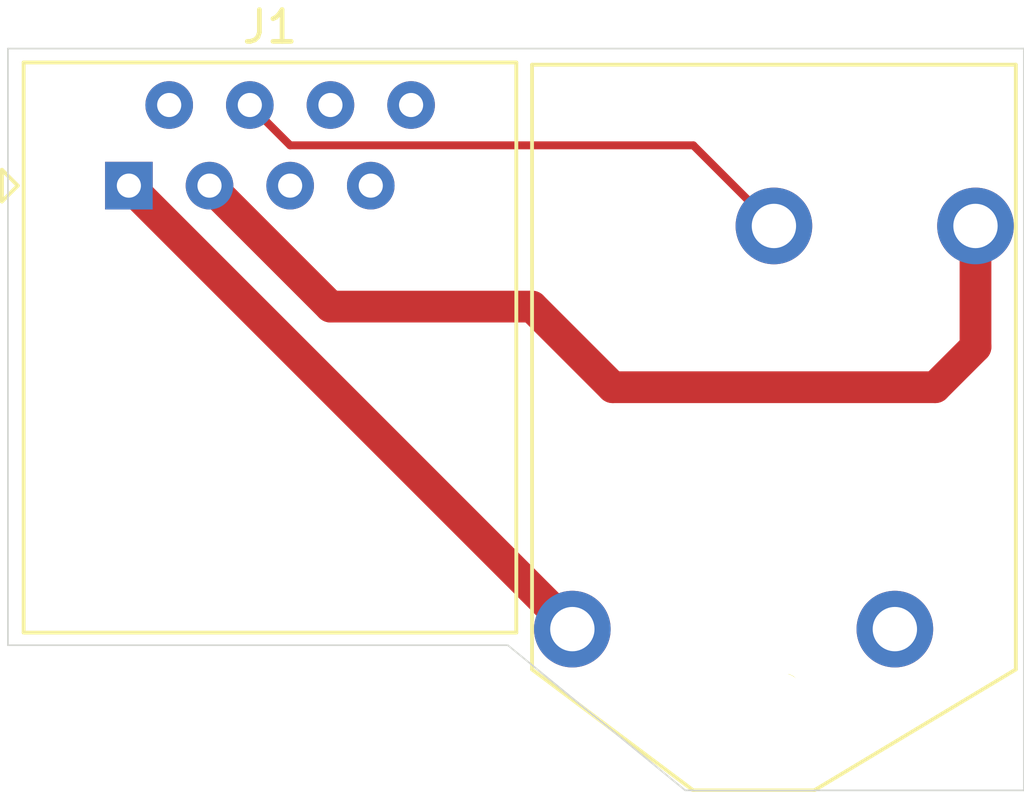
<source format=kicad_pcb>
(kicad_pcb (version 20171130) (host pcbnew 6.0.0-rc1-unknown-ad9916a~84~ubuntu18.04.1)

  (general
    (thickness 1.6)
    (drawings 6)
    (tracks 10)
    (zones 0)
    (modules 2)
    (nets 9)
  )

  (page A4)
  (layers
    (0 F.Cu signal)
    (31 B.Cu signal)
    (32 B.Adhes user)
    (33 F.Adhes user)
    (34 B.Paste user)
    (35 F.Paste user)
    (36 B.SilkS user)
    (37 F.SilkS user)
    (38 B.Mask user)
    (39 F.Mask user)
    (40 Dwgs.User user)
    (41 Cmts.User user)
    (42 Eco1.User user)
    (43 Eco2.User user)
    (44 Edge.Cuts user)
    (45 Margin user)
    (46 B.CrtYd user)
    (47 F.CrtYd user)
    (48 B.Fab user)
    (49 F.Fab user)
  )

  (setup
    (last_trace_width 0.25)
    (user_trace_width 0.4)
    (user_trace_width 1)
    (trace_clearance 0.2)
    (zone_clearance 0.508)
    (zone_45_only no)
    (trace_min 0.2)
    (via_size 0.8)
    (via_drill 0.4)
    (via_min_size 0.4)
    (via_min_drill 0.3)
    (uvia_size 0.3)
    (uvia_drill 0.1)
    (uvias_allowed no)
    (uvia_min_size 0.2)
    (uvia_min_drill 0.1)
    (edge_width 0.05)
    (segment_width 0.2)
    (pcb_text_width 0.3)
    (pcb_text_size 1.5 1.5)
    (mod_edge_width 0.12)
    (mod_text_size 1 1)
    (mod_text_width 0.15)
    (pad_size 1.524 1.524)
    (pad_drill 0.762)
    (pad_to_mask_clearance 0.051)
    (solder_mask_min_width 0.25)
    (aux_axis_origin 0 0)
    (visible_elements FFFFFF7F)
    (pcbplotparams
      (layerselection 0x010fc_ffffffff)
      (usegerberextensions false)
      (usegerberattributes false)
      (usegerberadvancedattributes false)
      (creategerberjobfile false)
      (excludeedgelayer true)
      (linewidth 0.100000)
      (plotframeref false)
      (viasonmask false)
      (mode 1)
      (useauxorigin false)
      (hpglpennumber 1)
      (hpglpenspeed 20)
      (hpglpendiameter 15.000000)
      (psnegative false)
      (psa4output false)
      (plotreference true)
      (plotvalue true)
      (plotinvisibletext false)
      (padsonsilk false)
      (subtractmaskfromsilk false)
      (outputformat 1)
      (mirror false)
      (drillshape 1)
      (scaleselection 1)
      (outputdirectory ""))
  )

  (net 0 "")
  (net 1 "Net-(J1-Pad1)")
  (net 2 "Net-(J1-Pad2)")
  (net 3 "Net-(J1-Pad3)")
  (net 4 "Net-(J1-Pad4)")
  (net 5 "Net-(J1-Pad5)")
  (net 6 "Net-(J1-Pad6)")
  (net 7 "Net-(J1-Pad7)")
  (net 8 "Net-(J1-Pad8)")

  (net_class Default "This is the default net class."
    (clearance 0.2)
    (trace_width 0.25)
    (via_dia 0.8)
    (via_drill 0.4)
    (uvia_dia 0.3)
    (uvia_drill 0.1)
    (add_net "Net-(J1-Pad1)")
    (add_net "Net-(J1-Pad2)")
    (add_net "Net-(J1-Pad3)")
    (add_net "Net-(J1-Pad4)")
    (add_net "Net-(J1-Pad5)")
    (add_net "Net-(J1-Pad6)")
    (add_net "Net-(J1-Pad7)")
    (add_net "Net-(J1-Pad8)")
  )

  (module Connector_RJ:RJ45_Amphenol_54602-x08_Horizontal (layer F.Cu) (tedit 5B103613) (tstamp 5C50D529)
    (at 69.85 49.53)
    (descr "8 Pol Shallow Latch Connector, Modjack, RJ45 (https://cdn.amphenol-icc.com/media/wysiwyg/files/drawing/c-bmj-0102.pdf)")
    (tags RJ45)
    (path /5C4B76F5)
    (fp_text reference J1 (at 4.445 -5) (layer F.SilkS)
      (effects (font (size 1 1) (thickness 0.15)))
    )
    (fp_text value 8P8C (at 4.445 4) (layer F.Fab)
      (effects (font (size 1 1) (thickness 0.15)))
    )
    (fp_text user %R (at 4.445 2) (layer F.Fab)
      (effects (font (size 1 1) (thickness 0.15)))
    )
    (fp_line (start -4 0.5) (end -3.5 0) (layer F.SilkS) (width 0.12))
    (fp_line (start -4 -0.5) (end -4 0.5) (layer F.SilkS) (width 0.12))
    (fp_line (start -3.5 0) (end -4 -0.5) (layer F.SilkS) (width 0.12))
    (fp_line (start -3.205 13.97) (end -3.205 -2.77) (layer F.Fab) (width 0.12))
    (fp_line (start 12.095 13.97) (end -3.205 13.97) (layer F.Fab) (width 0.12))
    (fp_line (start 12.095 -3.77) (end 12.095 13.97) (layer F.Fab) (width 0.12))
    (fp_line (start -2.205 -3.77) (end 12.095 -3.77) (layer F.Fab) (width 0.12))
    (fp_line (start -3.205 -2.77) (end -2.205 -3.77) (layer F.Fab) (width 0.12))
    (fp_line (start -3.315 14.08) (end 12.205 14.08) (layer F.SilkS) (width 0.12))
    (fp_line (start 12.205 -3.88) (end 12.205 14.08) (layer F.SilkS) (width 0.12))
    (fp_line (start 12.205 -3.88) (end -3.315 -3.88) (layer F.SilkS) (width 0.12))
    (fp_line (start -3.315 -3.88) (end -3.315 14.08) (layer F.SilkS) (width 0.12))
    (fp_line (start -3.71 -4.27) (end 12.6 -4.27) (layer F.CrtYd) (width 0.05))
    (fp_line (start -3.71 -4.27) (end -3.71 14.47) (layer F.CrtYd) (width 0.05))
    (fp_line (start 12.6 14.47) (end 12.6 -4.27) (layer F.CrtYd) (width 0.05))
    (fp_line (start 12.6 14.47) (end -3.71 14.47) (layer F.CrtYd) (width 0.05))
    (pad "" np_thru_hole circle (at 10.16 6.35) (size 3.2 3.2) (drill 3.2) (layers *.Cu *.Mask))
    (pad "" np_thru_hole circle (at -1.27 6.35) (size 3.2 3.2) (drill 3.2) (layers *.Cu *.Mask))
    (pad 1 thru_hole rect (at 0 0) (size 1.5 1.5) (drill 0.76) (layers *.Cu *.Mask)
      (net 1 "Net-(J1-Pad1)"))
    (pad 2 thru_hole circle (at 1.27 -2.54) (size 1.5 1.5) (drill 0.76) (layers *.Cu *.Mask)
      (net 2 "Net-(J1-Pad2)"))
    (pad 3 thru_hole circle (at 2.54 0) (size 1.5 1.5) (drill 0.76) (layers *.Cu *.Mask)
      (net 3 "Net-(J1-Pad3)"))
    (pad 4 thru_hole circle (at 3.81 -2.54) (size 1.5 1.5) (drill 0.76) (layers *.Cu *.Mask)
      (net 4 "Net-(J1-Pad4)"))
    (pad 5 thru_hole circle (at 5.08 0) (size 1.5 1.5) (drill 0.76) (layers *.Cu *.Mask)
      (net 5 "Net-(J1-Pad5)"))
    (pad 6 thru_hole circle (at 6.35 -2.54) (size 1.5 1.5) (drill 0.76) (layers *.Cu *.Mask)
      (net 6 "Net-(J1-Pad6)"))
    (pad 7 thru_hole circle (at 7.62 0) (size 1.5 1.5) (drill 0.76) (layers *.Cu *.Mask)
      (net 7 "Net-(J1-Pad7)"))
    (pad 8 thru_hole circle (at 8.89 -2.54) (size 1.5 1.5) (drill 0.76) (layers *.Cu *.Mask)
      (net 8 "Net-(J1-Pad8)"))
    (model ${KISYS3DMOD}/Connector_RJ.3dshapes/RJ45_Amphenol_54602-x08_Horizontal.wrl
      (at (xyz 0 0 0))
      (scale (xyz 1 1 1))
      (rotate (xyz 0 0 0))
    )
  )

  (module RN112:RN112BPC (layer F.Cu) (tedit 5C4FB960) (tstamp 5C50D4AE)
    (at 90.17 66.04 180)
    (path /5C4B88F1)
    (fp_text reference J2 (at 0 0.5 180) (layer F.SilkS)
      (effects (font (size 1 1) (thickness 0.15)))
    )
    (fp_text value AudioJack3_Ground (at 0 -0.5 180) (layer F.Fab)
      (effects (font (size 1 1) (thickness 0.15)))
    )
    (fp_line (start -7.62 20.32) (end 7.62 20.32) (layer F.SilkS) (width 0.12))
    (fp_line (start 7.62 20.32) (end 7.62 1.27) (layer F.SilkS) (width 0.12))
    (fp_line (start 7.62 1.27) (end 2.54 -2.54) (layer F.SilkS) (width 0.12))
    (fp_line (start 2.54 -2.54) (end -1.27 -2.54) (layer F.SilkS) (width 0.12))
    (fp_line (start -1.27 -2.54) (end -7.62 1.27) (layer F.SilkS) (width 0.12))
    (fp_line (start -7.62 1.27) (end -7.62 20.32) (layer F.SilkS) (width 0.12))
    (pad "" np_thru_hole circle (at -3.81 12.7 180) (size 2.413 2.413) (drill 2.413) (layers *.Cu *.Mask))
    (pad "" np_thru_hole circle (at 3.81 12.7 180) (size 2.413 2.413) (drill 2.413) (layers *.Cu *.Mask))
    (pad "" np_thru_hole circle (at 0 0 180) (size 2.413 2.413) (drill 2.413) (layers *.Cu *.Mask))
    (pad R thru_hole circle (at -6.35 15.24 180) (size 2.413 2.413) (drill 1.397) (layers *.Cu *.Mask)
      (net 3 "Net-(J1-Pad3)"))
    (pad S thru_hole circle (at 0 15.24 180) (size 2.413 2.413) (drill 1.397) (layers *.Cu *.Mask)
      (net 4 "Net-(J1-Pad4)"))
    (pad G thru_hole circle (at -3.81 2.54 180) (size 2.413 2.413) (drill 1.397) (layers *.Cu *.Mask))
    (pad T thru_hole circle (at 6.35 2.54 180) (size 2.413 2.413) (drill 1.397) (layers *.Cu *.Mask)
      (net 1 "Net-(J1-Pad1)"))
  )

  (gr_line (start 98.044 68.58) (end 98.044 45.212) (layer Edge.Cuts) (width 0.05))
  (gr_line (start 87.376 68.58) (end 98.044 68.58) (layer Edge.Cuts) (width 0.05))
  (gr_line (start 81.788 64.008) (end 87.376 68.58) (layer Edge.Cuts) (width 0.05))
  (gr_line (start 66.04 64.008) (end 81.788 64.008) (layer Edge.Cuts) (width 0.05))
  (gr_line (start 66.04 45.212) (end 66.04 64.008) (layer Edge.Cuts) (width 0.05))
  (gr_line (start 98.044 45.212) (end 66.04 45.212) (layer Edge.Cuts) (width 0.05))

  (segment (start 83.82 63.5) (end 69.85 49.53) (width 1) (layer F.Cu) (net 1))
  (segment (start 96.52 54.61) (end 96.52 50.8) (width 1) (layer F.Cu) (net 3))
  (segment (start 95.25 55.88) (end 96.52 54.61) (width 1) (layer F.Cu) (net 3))
  (segment (start 85.09 55.88) (end 95.25 55.88) (width 1) (layer F.Cu) (net 3))
  (segment (start 82.55 53.34) (end 85.09 55.88) (width 1) (layer F.Cu) (net 3))
  (segment (start 72.39 49.53) (end 76.2 53.34) (width 1) (layer F.Cu) (net 3))
  (segment (start 76.2 53.34) (end 82.55 53.34) (width 1) (layer F.Cu) (net 3))
  (segment (start 87.63 48.26) (end 90.17 50.8) (width 0.25) (layer F.Cu) (net 4))
  (segment (start 73.66 46.99) (end 74.93 48.26) (width 0.25) (layer F.Cu) (net 4))
  (segment (start 74.93 48.26) (end 87.63 48.26) (width 0.25) (layer F.Cu) (net 4))

)

</source>
